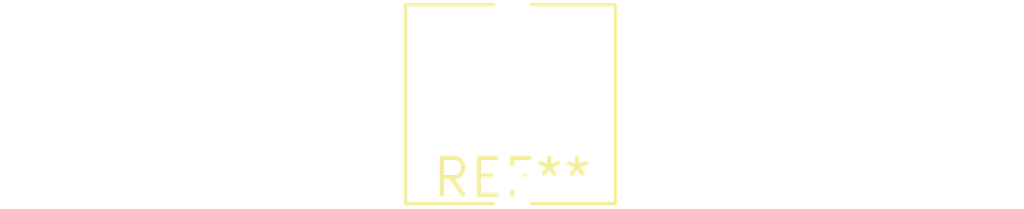
<source format=kicad_pcb>
(kicad_pcb (version 20240108) (generator pcbnew)
  (layers (0 "F.Cu" signal) (31 "B.Cu" signal) (34 "B.Paste" user) (35 "F.Paste" user) (36 "B.SilkS" user "B.Silkscreen") (37 "F.SilkS" user "F.Silkscreen") (38 "B.Mask" user) (39 "F.Mask" user) (44 "Edge.Cuts" user))
  (net 0 "")
  (footprint "Potentiometer_Vishay_T73YP_Vertical" (layer "F.Cu") (at 0 0)
    (property "Reference" "REF**")
    (property "Value" "Potentiometer_Vishay_T73YP_Vertical")
    (fp_line (start -3.68 -5.96) (end -3.68 0.88) (layer "F.SilkS") (stroke (width 0.12)))
    (fp_line (start -3.68 -5.96) (end -0.65 -5.96) (layer "F.SilkS") (stroke (width 0.12)))
    (fp_line (start -3.68 0.88) (end -0.65 0.88) (layer "F.SilkS") (stroke (width 0.12)))
    (fp_line (start 0.65 -5.96) (end 3.56 -5.96) (layer "F.SilkS") (stroke (width 0.12)))
    (fp_line (start 0.65 0.88) (end 3.56 0.88) (layer "F.SilkS") (stroke (width 0.12)))
    (fp_line (start 3.56 -5.96) (end 3.56 0.88) (layer "F.SilkS") (stroke (width 0.12)))
    (pad "1" thru_hole circle (at 0 0) (size 1.44 1.44) (drill 0.8) (layers *.Cu *.Mask) (remove_unused_layers))
    (pad "2" thru_hole circle (at 2.54 -2.54) (size 1.44 1.44) (drill 0.8) (layers *.Cu *.Mask) (remove_unused_layers))
    (pad "3" thru_hole circle (at 0 -5.08) (size 1.44 1.44) (drill 0.8) (layers *.Cu *.Mask) (remove_unused_layers))
  )
)
</source>
